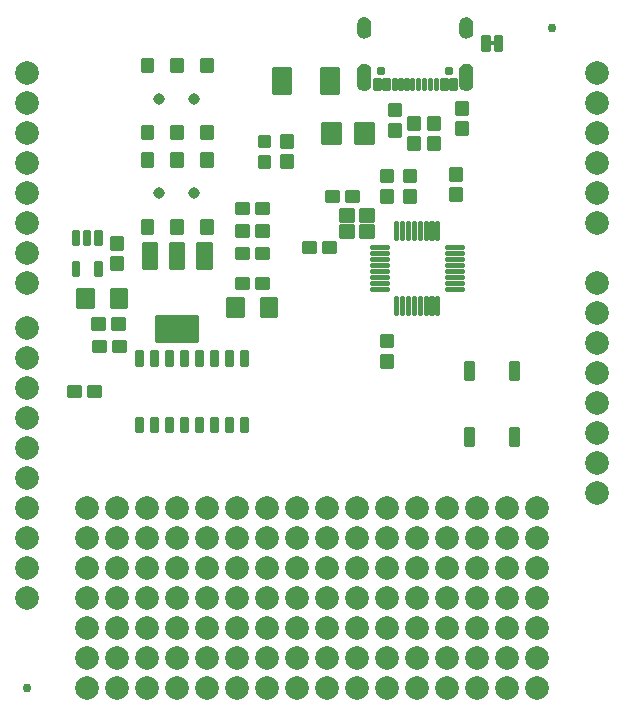
<source format=gts>
G04 EAGLE Gerber RS-274X export*
G75*
%MOMM*%
%FSLAX34Y34*%
%LPD*%
%INSoldermask Top*%
%IPPOS*%
%AMOC8*
5,1,8,0,0,1.08239X$1,22.5*%
G01*
%ADD10C,0.225400*%
%ADD11C,0.229050*%
%ADD12C,0.428259*%
%ADD13C,0.224509*%
%ADD14C,0.762000*%
%ADD15C,0.230578*%
%ADD16C,0.225369*%
%ADD17C,0.777000*%
%ADD18C,2.006600*%
%ADD19C,0.222250*%
%ADD20C,0.228853*%
%ADD21C,0.232700*%
%ADD22C,0.223409*%
%ADD23C,0.220859*%
%ADD24C,0.228344*%
%ADD25C,0.977000*%
%ADD26C,0.227919*%

G36*
X312264Y505668D02*
X312264Y505668D01*
X312269Y505673D01*
X312273Y505669D01*
X313370Y505956D01*
X313374Y505962D01*
X313379Y505959D01*
X314398Y506454D01*
X314401Y506460D01*
X314406Y506459D01*
X315309Y507143D01*
X315311Y507150D01*
X315316Y507150D01*
X316069Y507997D01*
X316069Y508004D01*
X316074Y508005D01*
X316647Y508982D01*
X316646Y508985D01*
X316647Y508986D01*
X316646Y508987D01*
X316646Y508989D01*
X316651Y508991D01*
X317022Y510062D01*
X317020Y510067D01*
X317023Y510069D01*
X317022Y510070D01*
X317024Y510071D01*
X317179Y511193D01*
X317176Y511198D01*
X317179Y511200D01*
X317179Y523200D01*
X317176Y523205D01*
X317179Y523208D01*
X316974Y524475D01*
X316968Y524481D01*
X316971Y524486D01*
X316489Y525675D01*
X316482Y525679D01*
X316484Y525685D01*
X315750Y526738D01*
X315742Y526740D01*
X315743Y526746D01*
X314793Y527609D01*
X314784Y527610D01*
X314784Y527615D01*
X313665Y528245D01*
X313657Y528244D01*
X313655Y528250D01*
X312425Y528615D01*
X312417Y528612D01*
X312414Y528617D01*
X311133Y528699D01*
X311127Y528699D01*
X309846Y528617D01*
X309840Y528611D01*
X309835Y528615D01*
X308605Y528250D01*
X308600Y528243D01*
X308595Y528245D01*
X307476Y527615D01*
X307473Y527608D01*
X307467Y527609D01*
X306517Y526746D01*
X306516Y526738D01*
X306510Y526738D01*
X305776Y525685D01*
X305776Y525677D01*
X305771Y525675D01*
X305289Y524486D01*
X305291Y524480D01*
X305287Y524477D01*
X305288Y524476D01*
X305286Y524475D01*
X305081Y523208D01*
X305084Y523203D01*
X305081Y523200D01*
X305081Y511200D01*
X305084Y511196D01*
X305081Y511193D01*
X305236Y510071D01*
X305241Y510066D01*
X305238Y510062D01*
X305609Y508991D01*
X305615Y508987D01*
X305613Y508982D01*
X306186Y508005D01*
X306192Y508002D01*
X306191Y507997D01*
X306944Y507150D01*
X306951Y507148D01*
X306951Y507143D01*
X307854Y506459D01*
X307861Y506459D01*
X307862Y506454D01*
X308881Y505959D01*
X308888Y505961D01*
X308890Y505956D01*
X309987Y505669D01*
X309993Y505672D01*
X309996Y505668D01*
X311127Y505601D01*
X311131Y505603D01*
X311133Y505601D01*
X312264Y505668D01*
G37*
G36*
X398664Y505668D02*
X398664Y505668D01*
X398669Y505673D01*
X398673Y505669D01*
X399770Y505956D01*
X399774Y505962D01*
X399779Y505959D01*
X400798Y506454D01*
X400801Y506460D01*
X400806Y506459D01*
X401709Y507143D01*
X401711Y507150D01*
X401716Y507150D01*
X402469Y507997D01*
X402469Y508004D01*
X402474Y508005D01*
X403047Y508982D01*
X403046Y508985D01*
X403047Y508986D01*
X403046Y508987D01*
X403046Y508989D01*
X403051Y508991D01*
X403422Y510062D01*
X403420Y510067D01*
X403423Y510069D01*
X403422Y510070D01*
X403424Y510071D01*
X403579Y511193D01*
X403576Y511198D01*
X403579Y511200D01*
X403579Y523200D01*
X403576Y523205D01*
X403579Y523208D01*
X403374Y524475D01*
X403368Y524481D01*
X403371Y524486D01*
X402889Y525675D01*
X402882Y525679D01*
X402884Y525685D01*
X402150Y526738D01*
X402142Y526740D01*
X402143Y526746D01*
X401193Y527609D01*
X401184Y527610D01*
X401184Y527615D01*
X400065Y528245D01*
X400057Y528244D01*
X400055Y528250D01*
X398825Y528615D01*
X398817Y528612D01*
X398814Y528617D01*
X397533Y528699D01*
X397527Y528699D01*
X396246Y528617D01*
X396240Y528611D01*
X396235Y528615D01*
X395005Y528250D01*
X395000Y528243D01*
X394995Y528245D01*
X393876Y527615D01*
X393873Y527608D01*
X393867Y527609D01*
X392917Y526746D01*
X392916Y526738D01*
X392910Y526738D01*
X392176Y525685D01*
X392176Y525677D01*
X392171Y525675D01*
X391689Y524486D01*
X391691Y524480D01*
X391687Y524477D01*
X391688Y524476D01*
X391686Y524475D01*
X391481Y523208D01*
X391484Y523203D01*
X391481Y523200D01*
X391481Y511200D01*
X391484Y511196D01*
X391481Y511193D01*
X391636Y510071D01*
X391641Y510066D01*
X391638Y510062D01*
X392009Y508991D01*
X392015Y508987D01*
X392013Y508982D01*
X392586Y508005D01*
X392592Y508002D01*
X392591Y507997D01*
X393344Y507150D01*
X393351Y507148D01*
X393351Y507143D01*
X394254Y506459D01*
X394261Y506459D01*
X394262Y506454D01*
X395281Y505959D01*
X395288Y505961D01*
X395290Y505956D01*
X396387Y505669D01*
X396393Y505672D01*
X396396Y505668D01*
X397527Y505601D01*
X397531Y505603D01*
X397533Y505601D01*
X398664Y505668D01*
G37*
G36*
X397532Y549905D02*
X397532Y549905D01*
X397536Y549901D01*
X398876Y550058D01*
X398882Y550063D01*
X398887Y550060D01*
X400158Y550511D01*
X400163Y550518D01*
X400168Y550516D01*
X401307Y551238D01*
X401310Y551246D01*
X401316Y551245D01*
X402266Y552203D01*
X402267Y552211D01*
X402273Y552212D01*
X402986Y553357D01*
X402985Y553366D01*
X402991Y553367D01*
X403431Y554643D01*
X403429Y554650D01*
X403433Y554653D01*
X403579Y555995D01*
X403577Y555998D01*
X403579Y556000D01*
X403579Y562000D01*
X403577Y562004D01*
X403579Y562006D01*
X403424Y563335D01*
X403418Y563341D01*
X403421Y563345D01*
X402974Y564606D01*
X402967Y564611D01*
X402969Y564616D01*
X402252Y565746D01*
X402245Y565749D01*
X402246Y565755D01*
X401296Y566697D01*
X401287Y566698D01*
X401287Y566704D01*
X400151Y567411D01*
X400143Y567410D01*
X400141Y567416D01*
X398876Y567852D01*
X398868Y567850D01*
X398866Y567855D01*
X397535Y567999D01*
X397529Y567995D01*
X397525Y567999D01*
X396359Y567889D01*
X396354Y567884D01*
X396350Y567887D01*
X395227Y567552D01*
X395223Y567546D01*
X395219Y567548D01*
X394183Y567000D01*
X394180Y566994D01*
X394175Y566995D01*
X393267Y566256D01*
X393265Y566249D01*
X393260Y566249D01*
X392513Y565347D01*
X392513Y565340D01*
X392508Y565339D01*
X391951Y564308D01*
X391952Y564301D01*
X391947Y564299D01*
X391603Y563180D01*
X391605Y563173D01*
X391601Y563170D01*
X391481Y562005D01*
X391483Y562002D01*
X391481Y562000D01*
X391481Y556000D01*
X391483Y555997D01*
X391481Y555995D01*
X391592Y554819D01*
X391597Y554814D01*
X391594Y554810D01*
X391932Y553678D01*
X391938Y553674D01*
X391936Y553669D01*
X392488Y552625D01*
X392495Y552622D01*
X392493Y552617D01*
X393239Y551701D01*
X393246Y551700D01*
X393246Y551694D01*
X394156Y550941D01*
X394163Y550941D01*
X394164Y550936D01*
X395203Y550375D01*
X395210Y550376D01*
X395212Y550371D01*
X396341Y550024D01*
X396347Y550026D01*
X396350Y550022D01*
X397525Y549901D01*
X397532Y549905D01*
G37*
G36*
X311132Y549905D02*
X311132Y549905D01*
X311136Y549901D01*
X312476Y550058D01*
X312482Y550063D01*
X312487Y550060D01*
X313758Y550511D01*
X313763Y550518D01*
X313768Y550516D01*
X314907Y551238D01*
X314910Y551246D01*
X314916Y551245D01*
X315866Y552203D01*
X315867Y552211D01*
X315873Y552212D01*
X316586Y553357D01*
X316585Y553366D01*
X316591Y553367D01*
X317031Y554643D01*
X317029Y554650D01*
X317033Y554653D01*
X317179Y555995D01*
X317177Y555998D01*
X317179Y556000D01*
X317179Y562000D01*
X317177Y562004D01*
X317179Y562006D01*
X317024Y563335D01*
X317018Y563341D01*
X317021Y563345D01*
X316574Y564606D01*
X316567Y564611D01*
X316569Y564616D01*
X315852Y565746D01*
X315845Y565749D01*
X315846Y565755D01*
X314896Y566697D01*
X314887Y566698D01*
X314887Y566704D01*
X313751Y567411D01*
X313743Y567410D01*
X313741Y567416D01*
X312476Y567852D01*
X312468Y567850D01*
X312466Y567855D01*
X311135Y567999D01*
X311129Y567995D01*
X311125Y567999D01*
X309959Y567889D01*
X309954Y567884D01*
X309950Y567887D01*
X308827Y567552D01*
X308823Y567546D01*
X308819Y567548D01*
X307783Y567000D01*
X307780Y566994D01*
X307775Y566995D01*
X306867Y566256D01*
X306865Y566249D01*
X306860Y566249D01*
X306113Y565347D01*
X306113Y565340D01*
X306108Y565339D01*
X305551Y564308D01*
X305552Y564301D01*
X305547Y564299D01*
X305203Y563180D01*
X305205Y563173D01*
X305201Y563170D01*
X305081Y562005D01*
X305083Y562002D01*
X305081Y562000D01*
X305081Y556000D01*
X305083Y555997D01*
X305081Y555995D01*
X305192Y554819D01*
X305197Y554814D01*
X305194Y554810D01*
X305532Y553678D01*
X305538Y553674D01*
X305536Y553669D01*
X306088Y552625D01*
X306095Y552622D01*
X306093Y552617D01*
X306839Y551701D01*
X306846Y551700D01*
X306846Y551694D01*
X307756Y550941D01*
X307763Y550941D01*
X307764Y550936D01*
X308803Y550375D01*
X308810Y550376D01*
X308812Y550371D01*
X309941Y550024D01*
X309947Y550026D01*
X309950Y550022D01*
X311125Y549901D01*
X311132Y549905D01*
G37*
G36*
X421070Y544207D02*
X421070Y544207D01*
X421136Y544209D01*
X421179Y544227D01*
X421226Y544235D01*
X421283Y544269D01*
X421343Y544294D01*
X421378Y544325D01*
X421419Y544350D01*
X421461Y544401D01*
X421509Y544445D01*
X421531Y544487D01*
X421560Y544524D01*
X421581Y544586D01*
X421612Y544645D01*
X421620Y544699D01*
X421632Y544736D01*
X421631Y544776D01*
X421639Y544830D01*
X421639Y547370D01*
X421628Y547435D01*
X421626Y547501D01*
X421608Y547544D01*
X421600Y547591D01*
X421566Y547648D01*
X421541Y547708D01*
X421510Y547743D01*
X421485Y547784D01*
X421434Y547826D01*
X421390Y547874D01*
X421348Y547896D01*
X421311Y547925D01*
X421249Y547946D01*
X421190Y547977D01*
X421136Y547985D01*
X421099Y547997D01*
X421059Y547996D01*
X421005Y548004D01*
X417195Y548004D01*
X417130Y547993D01*
X417064Y547991D01*
X417021Y547973D01*
X416974Y547965D01*
X416917Y547931D01*
X416857Y547906D01*
X416822Y547875D01*
X416781Y547850D01*
X416740Y547799D01*
X416691Y547755D01*
X416669Y547713D01*
X416640Y547676D01*
X416619Y547614D01*
X416588Y547555D01*
X416580Y547501D01*
X416568Y547464D01*
X416568Y547461D01*
X416569Y547424D01*
X416561Y547370D01*
X416561Y544830D01*
X416572Y544765D01*
X416574Y544699D01*
X416592Y544656D01*
X416600Y544609D01*
X416634Y544552D01*
X416659Y544492D01*
X416690Y544457D01*
X416715Y544416D01*
X416766Y544375D01*
X416810Y544326D01*
X416852Y544304D01*
X416889Y544275D01*
X416951Y544254D01*
X417010Y544223D01*
X417064Y544215D01*
X417101Y544203D01*
X417141Y544204D01*
X417195Y544196D01*
X421005Y544196D01*
X421070Y544207D01*
G37*
D10*
X295592Y421068D02*
X305608Y421068D01*
X305608Y412052D01*
X295592Y412052D01*
X295592Y421068D01*
X295592Y414193D02*
X305608Y414193D01*
X305608Y416334D02*
X295592Y416334D01*
X295592Y418475D02*
X305608Y418475D01*
X305608Y420616D02*
X295592Y420616D01*
X288608Y421068D02*
X278592Y421068D01*
X288608Y421068D02*
X288608Y412052D01*
X278592Y412052D01*
X278592Y421068D01*
X278592Y414193D02*
X288608Y414193D01*
X288608Y416334D02*
X278592Y416334D01*
X278592Y418475D02*
X288608Y418475D01*
X288608Y420616D02*
X278592Y420616D01*
X212408Y382842D02*
X202392Y382842D01*
X202392Y391858D01*
X212408Y391858D01*
X212408Y382842D01*
X212408Y384983D02*
X202392Y384983D01*
X202392Y387124D02*
X212408Y387124D01*
X212408Y389265D02*
X202392Y389265D01*
X202392Y391406D02*
X212408Y391406D01*
X219392Y382842D02*
X229408Y382842D01*
X219392Y382842D02*
X219392Y391858D01*
X229408Y391858D01*
X229408Y382842D01*
X229408Y384983D02*
X219392Y384983D01*
X219392Y387124D02*
X229408Y387124D01*
X229408Y389265D02*
X219392Y389265D01*
X219392Y391406D02*
X229408Y391406D01*
D11*
X81390Y337690D02*
X81390Y322710D01*
X68410Y322710D01*
X68410Y337690D01*
X81390Y337690D01*
X81390Y324886D02*
X68410Y324886D01*
X68410Y327062D02*
X81390Y327062D01*
X81390Y329238D02*
X68410Y329238D01*
X68410Y331414D02*
X81390Y331414D01*
X81390Y333590D02*
X68410Y333590D01*
X68410Y335766D02*
X81390Y335766D01*
X109390Y337690D02*
X109390Y322710D01*
X96410Y322710D01*
X96410Y337690D01*
X109390Y337690D01*
X109390Y324886D02*
X96410Y324886D01*
X96410Y327062D02*
X109390Y327062D01*
X109390Y329238D02*
X96410Y329238D01*
X96410Y331414D02*
X109390Y331414D01*
X109390Y333590D02*
X96410Y333590D01*
X96410Y335766D02*
X109390Y335766D01*
X223410Y330070D02*
X223410Y315090D01*
X223410Y330070D02*
X236390Y330070D01*
X236390Y315090D01*
X223410Y315090D01*
X223410Y317266D02*
X236390Y317266D01*
X236390Y319442D02*
X223410Y319442D01*
X223410Y321618D02*
X236390Y321618D01*
X236390Y323794D02*
X223410Y323794D01*
X223410Y325970D02*
X236390Y325970D01*
X236390Y328146D02*
X223410Y328146D01*
X195410Y330070D02*
X195410Y315090D01*
X195410Y330070D02*
X208390Y330070D01*
X208390Y315090D01*
X195410Y315090D01*
X195410Y317266D02*
X208390Y317266D01*
X208390Y319442D02*
X195410Y319442D01*
X195410Y321618D02*
X208390Y321618D01*
X208390Y323794D02*
X195410Y323794D01*
X195410Y325970D02*
X208390Y325970D01*
X208390Y328146D02*
X195410Y328146D01*
D10*
X106108Y354792D02*
X106108Y364808D01*
X106108Y354792D02*
X97092Y354792D01*
X97092Y364808D01*
X106108Y364808D01*
X106108Y356933D02*
X97092Y356933D01*
X97092Y359074D02*
X106108Y359074D01*
X106108Y361215D02*
X97092Y361215D01*
X97092Y363356D02*
X106108Y363356D01*
X106108Y371792D02*
X106108Y381808D01*
X106108Y371792D02*
X97092Y371792D01*
X97092Y381808D01*
X106108Y381808D01*
X106108Y373933D02*
X97092Y373933D01*
X97092Y376074D02*
X106108Y376074D01*
X106108Y378215D02*
X97092Y378215D01*
X97092Y380356D02*
X106108Y380356D01*
X276542Y377888D02*
X286558Y377888D01*
X286558Y368872D01*
X276542Y368872D01*
X276542Y377888D01*
X276542Y371013D02*
X286558Y371013D01*
X286558Y373154D02*
X276542Y373154D01*
X276542Y375295D02*
X286558Y375295D01*
X286558Y377436D02*
X276542Y377436D01*
X269558Y377888D02*
X259542Y377888D01*
X269558Y377888D02*
X269558Y368872D01*
X259542Y368872D01*
X259542Y377888D01*
X259542Y371013D02*
X269558Y371013D01*
X269558Y373154D02*
X259542Y373154D01*
X259542Y375295D02*
X269558Y375295D01*
X269558Y377436D02*
X259542Y377436D01*
D12*
X229554Y449384D02*
X222566Y449384D01*
X229554Y449384D02*
X229554Y442396D01*
X222566Y442396D01*
X222566Y449384D01*
X222566Y446465D02*
X229554Y446465D01*
X229554Y466924D02*
X222566Y466924D01*
X229554Y466924D02*
X229554Y459936D01*
X222566Y459936D01*
X222566Y466924D01*
X222566Y464005D02*
X229554Y464005D01*
D13*
X303667Y478413D02*
X318693Y478413D01*
X318693Y461387D01*
X303667Y461387D01*
X303667Y478413D01*
X303667Y463520D02*
X318693Y463520D01*
X318693Y465653D02*
X303667Y465653D01*
X303667Y467786D02*
X318693Y467786D01*
X318693Y469919D02*
X303667Y469919D01*
X303667Y472052D02*
X318693Y472052D01*
X318693Y474185D02*
X303667Y474185D01*
X303667Y476318D02*
X318693Y476318D01*
X290693Y478413D02*
X275667Y478413D01*
X290693Y478413D02*
X290693Y461387D01*
X275667Y461387D01*
X275667Y478413D01*
X275667Y463520D02*
X290693Y463520D01*
X290693Y465653D02*
X275667Y465653D01*
X275667Y467786D02*
X290693Y467786D01*
X290693Y469919D02*
X275667Y469919D01*
X275667Y472052D02*
X290693Y472052D01*
X290693Y474185D02*
X275667Y474185D01*
X275667Y476318D02*
X290693Y476318D01*
D14*
X25400Y0D03*
X469900Y558800D03*
D15*
X347812Y515882D02*
X345848Y515882D01*
X347812Y515882D02*
X347812Y506918D01*
X345848Y506918D01*
X345848Y515882D01*
X345848Y509109D02*
X347812Y509109D01*
X347812Y511300D02*
X345848Y511300D01*
X345848Y513491D02*
X347812Y513491D01*
X347812Y515682D02*
X345848Y515682D01*
X350848Y515882D02*
X352812Y515882D01*
X352812Y506918D01*
X350848Y506918D01*
X350848Y515882D01*
X350848Y509109D02*
X352812Y509109D01*
X352812Y511300D02*
X350848Y511300D01*
X350848Y513491D02*
X352812Y513491D01*
X352812Y515682D02*
X350848Y515682D01*
D16*
X324588Y515908D02*
X319572Y515908D01*
X324588Y515908D02*
X324588Y506892D01*
X319572Y506892D01*
X319572Y515908D01*
X319572Y509033D02*
X324588Y509033D01*
X324588Y511174D02*
X319572Y511174D01*
X319572Y513315D02*
X324588Y513315D01*
X324588Y515456D02*
X319572Y515456D01*
X327322Y515908D02*
X332338Y515908D01*
X332338Y506892D01*
X327322Y506892D01*
X327322Y515908D01*
X327322Y509033D02*
X332338Y509033D01*
X332338Y511174D02*
X327322Y511174D01*
X327322Y513315D02*
X332338Y513315D01*
X332338Y515456D02*
X327322Y515456D01*
D15*
X335848Y515882D02*
X337812Y515882D01*
X337812Y506918D01*
X335848Y506918D01*
X335848Y515882D01*
X335848Y509109D02*
X337812Y509109D01*
X337812Y511300D02*
X335848Y511300D01*
X335848Y513491D02*
X337812Y513491D01*
X337812Y515682D02*
X335848Y515682D01*
X340848Y515882D02*
X342812Y515882D01*
X342812Y506918D01*
X340848Y506918D01*
X340848Y515882D01*
X340848Y509109D02*
X342812Y509109D01*
X342812Y511300D02*
X340848Y511300D01*
X340848Y513491D02*
X342812Y513491D01*
X342812Y515682D02*
X340848Y515682D01*
X360848Y506918D02*
X362812Y506918D01*
X360848Y506918D02*
X360848Y515882D01*
X362812Y515882D01*
X362812Y506918D01*
X362812Y509109D02*
X360848Y509109D01*
X360848Y511300D02*
X362812Y511300D01*
X362812Y513491D02*
X360848Y513491D01*
X360848Y515682D02*
X362812Y515682D01*
X357812Y506918D02*
X355848Y506918D01*
X355848Y515882D01*
X357812Y515882D01*
X357812Y506918D01*
X357812Y509109D02*
X355848Y509109D01*
X355848Y511300D02*
X357812Y511300D01*
X357812Y513491D02*
X355848Y513491D01*
X355848Y515682D02*
X357812Y515682D01*
D16*
X384072Y506892D02*
X389088Y506892D01*
X384072Y506892D02*
X384072Y515908D01*
X389088Y515908D01*
X389088Y506892D01*
X389088Y509033D02*
X384072Y509033D01*
X384072Y511174D02*
X389088Y511174D01*
X389088Y513315D02*
X384072Y513315D01*
X384072Y515456D02*
X389088Y515456D01*
X381338Y506892D02*
X376322Y506892D01*
X376322Y515908D01*
X381338Y515908D01*
X381338Y506892D01*
X381338Y509033D02*
X376322Y509033D01*
X376322Y511174D02*
X381338Y511174D01*
X381338Y513315D02*
X376322Y513315D01*
X376322Y515456D02*
X381338Y515456D01*
D15*
X372812Y506918D02*
X370848Y506918D01*
X370848Y515882D01*
X372812Y515882D01*
X372812Y506918D01*
X372812Y509109D02*
X370848Y509109D01*
X370848Y511300D02*
X372812Y511300D01*
X372812Y513491D02*
X370848Y513491D01*
X370848Y515682D02*
X372812Y515682D01*
X367812Y506918D02*
X365848Y506918D01*
X365848Y515882D01*
X367812Y515882D01*
X367812Y506918D01*
X367812Y509109D02*
X365848Y509109D01*
X365848Y511300D02*
X367812Y511300D01*
X367812Y513491D02*
X365848Y513491D01*
X365848Y515682D02*
X367812Y515682D01*
D17*
X383230Y522450D03*
X325430Y522450D03*
D18*
X76200Y152400D03*
X101600Y152400D03*
X127000Y152400D03*
X152400Y152400D03*
X177800Y152400D03*
X203200Y152400D03*
X228600Y152400D03*
X254000Y152400D03*
X279400Y152400D03*
X304800Y152400D03*
X330200Y152400D03*
X355600Y152400D03*
X381000Y152400D03*
X406400Y152400D03*
X431800Y152400D03*
X457200Y152400D03*
D10*
X240602Y458152D02*
X240602Y468168D01*
X249618Y468168D01*
X249618Y458152D01*
X240602Y458152D01*
X240602Y460293D02*
X249618Y460293D01*
X249618Y462434D02*
X240602Y462434D01*
X240602Y464575D02*
X249618Y464575D01*
X249618Y466716D02*
X240602Y466716D01*
X240602Y451168D02*
X240602Y441152D01*
X240602Y451168D02*
X249618Y451168D01*
X249618Y441152D01*
X240602Y441152D01*
X240602Y443293D02*
X249618Y443293D01*
X249618Y445434D02*
X240602Y445434D01*
X240602Y447575D02*
X249618Y447575D01*
X249618Y449716D02*
X240602Y449716D01*
X365062Y473392D02*
X365062Y483408D01*
X374078Y483408D01*
X374078Y473392D01*
X365062Y473392D01*
X365062Y475533D02*
X374078Y475533D01*
X374078Y477674D02*
X365062Y477674D01*
X365062Y479815D02*
X374078Y479815D01*
X374078Y481956D02*
X365062Y481956D01*
X365062Y466408D02*
X365062Y456392D01*
X365062Y466408D02*
X374078Y466408D01*
X374078Y456392D01*
X365062Y456392D01*
X365062Y458533D02*
X374078Y458533D01*
X374078Y460674D02*
X365062Y460674D01*
X365062Y462815D02*
X374078Y462815D01*
X374078Y464956D02*
X365062Y464956D01*
X348552Y473392D02*
X348552Y483408D01*
X357568Y483408D01*
X357568Y473392D01*
X348552Y473392D01*
X348552Y475533D02*
X357568Y475533D01*
X357568Y477674D02*
X348552Y477674D01*
X348552Y479815D02*
X357568Y479815D01*
X357568Y481956D02*
X348552Y481956D01*
X348552Y466408D02*
X348552Y456392D01*
X348552Y466408D02*
X357568Y466408D01*
X357568Y456392D01*
X348552Y456392D01*
X348552Y458533D02*
X357568Y458533D01*
X357568Y460674D02*
X348552Y460674D01*
X348552Y462815D02*
X357568Y462815D01*
X357568Y464956D02*
X348552Y464956D01*
X393128Y423228D02*
X393128Y413212D01*
X384112Y413212D01*
X384112Y423228D01*
X393128Y423228D01*
X393128Y415353D02*
X384112Y415353D01*
X384112Y417494D02*
X393128Y417494D01*
X393128Y419635D02*
X384112Y419635D01*
X384112Y421776D02*
X393128Y421776D01*
X393128Y430212D02*
X393128Y440228D01*
X393128Y430212D02*
X384112Y430212D01*
X384112Y440228D01*
X393128Y440228D01*
X393128Y432353D02*
X384112Y432353D01*
X384112Y434494D02*
X393128Y434494D01*
X393128Y436635D02*
X384112Y436635D01*
X384112Y438776D02*
X393128Y438776D01*
X229408Y410908D02*
X219392Y410908D01*
X229408Y410908D02*
X229408Y401892D01*
X219392Y401892D01*
X219392Y410908D01*
X219392Y404033D02*
X229408Y404033D01*
X229408Y406174D02*
X219392Y406174D01*
X219392Y408315D02*
X229408Y408315D01*
X229408Y410456D02*
X219392Y410456D01*
X212408Y410908D02*
X202392Y410908D01*
X212408Y410908D02*
X212408Y401892D01*
X202392Y401892D01*
X202392Y410908D01*
X202392Y404033D02*
X212408Y404033D01*
X212408Y406174D02*
X202392Y406174D01*
X202392Y408315D02*
X212408Y408315D01*
X212408Y410456D02*
X202392Y410456D01*
X202392Y363792D02*
X212408Y363792D01*
X202392Y363792D02*
X202392Y372808D01*
X212408Y372808D01*
X212408Y363792D01*
X212408Y365933D02*
X202392Y365933D01*
X202392Y368074D02*
X212408Y368074D01*
X212408Y370215D02*
X202392Y370215D01*
X202392Y372356D02*
X212408Y372356D01*
X219392Y363792D02*
X229408Y363792D01*
X219392Y363792D02*
X219392Y372808D01*
X229408Y372808D01*
X229408Y363792D01*
X229408Y365933D02*
X219392Y365933D01*
X219392Y368074D02*
X229408Y368074D01*
X229408Y370215D02*
X219392Y370215D01*
X219392Y372356D02*
X229408Y372356D01*
D19*
X396716Y220504D02*
X403384Y220504D01*
X403384Y206216D01*
X396716Y206216D01*
X396716Y220504D01*
X396716Y208328D02*
X403384Y208328D01*
X403384Y210440D02*
X396716Y210440D01*
X396716Y212552D02*
X403384Y212552D01*
X403384Y214664D02*
X396716Y214664D01*
X396716Y216776D02*
X403384Y216776D01*
X403384Y218888D02*
X396716Y218888D01*
X396716Y276384D02*
X403384Y276384D01*
X403384Y262096D01*
X396716Y262096D01*
X396716Y276384D01*
X396716Y264208D02*
X403384Y264208D01*
X403384Y266320D02*
X396716Y266320D01*
X396716Y268432D02*
X403384Y268432D01*
X403384Y270544D02*
X396716Y270544D01*
X396716Y272656D02*
X403384Y272656D01*
X403384Y274768D02*
X396716Y274768D01*
X434816Y220504D02*
X441484Y220504D01*
X441484Y206216D01*
X434816Y206216D01*
X434816Y220504D01*
X434816Y208328D02*
X441484Y208328D01*
X441484Y210440D02*
X434816Y210440D01*
X434816Y212552D02*
X441484Y212552D01*
X441484Y214664D02*
X434816Y214664D01*
X434816Y216776D02*
X441484Y216776D01*
X441484Y218888D02*
X434816Y218888D01*
X434816Y276384D02*
X441484Y276384D01*
X441484Y262096D01*
X434816Y262096D01*
X434816Y276384D01*
X434816Y264208D02*
X441484Y264208D01*
X441484Y266320D02*
X434816Y266320D01*
X434816Y268432D02*
X441484Y268432D01*
X441484Y270544D02*
X434816Y270544D01*
X434816Y272656D02*
X441484Y272656D01*
X441484Y274768D02*
X434816Y274768D01*
D20*
X181101Y376935D02*
X169927Y376935D01*
X181101Y376935D02*
X181101Y355601D01*
X169927Y355601D01*
X169927Y376935D01*
X169927Y357776D02*
X181101Y357776D01*
X181101Y359951D02*
X169927Y359951D01*
X169927Y362126D02*
X181101Y362126D01*
X181101Y364301D02*
X169927Y364301D01*
X169927Y366476D02*
X181101Y366476D01*
X181101Y368651D02*
X169927Y368651D01*
X169927Y370826D02*
X181101Y370826D01*
X181101Y373001D02*
X169927Y373001D01*
X169927Y375176D02*
X181101Y375176D01*
X157987Y376935D02*
X146813Y376935D01*
X157987Y376935D02*
X157987Y355601D01*
X146813Y355601D01*
X146813Y376935D01*
X146813Y357776D02*
X157987Y357776D01*
X157987Y359951D02*
X146813Y359951D01*
X146813Y362126D02*
X157987Y362126D01*
X157987Y364301D02*
X146813Y364301D01*
X146813Y366476D02*
X157987Y366476D01*
X157987Y368651D02*
X146813Y368651D01*
X146813Y370826D02*
X157987Y370826D01*
X157987Y373001D02*
X146813Y373001D01*
X146813Y375176D02*
X157987Y375176D01*
X134873Y376935D02*
X123699Y376935D01*
X134873Y376935D02*
X134873Y355601D01*
X123699Y355601D01*
X123699Y376935D01*
X123699Y357776D02*
X134873Y357776D01*
X134873Y359951D02*
X123699Y359951D01*
X123699Y362126D02*
X134873Y362126D01*
X134873Y364301D02*
X123699Y364301D01*
X123699Y366476D02*
X134873Y366476D01*
X134873Y368651D02*
X123699Y368651D01*
X123699Y370826D02*
X134873Y370826D01*
X134873Y373001D02*
X123699Y373001D01*
X123699Y375176D02*
X134873Y375176D01*
D21*
X134928Y314762D02*
X169872Y314762D01*
X169872Y293818D01*
X134928Y293818D01*
X134928Y314762D01*
X134928Y296029D02*
X169872Y296029D01*
X169872Y298240D02*
X134928Y298240D01*
X134928Y300451D02*
X169872Y300451D01*
X169872Y302662D02*
X134928Y302662D01*
X134928Y304873D02*
X169872Y304873D01*
X169872Y307084D02*
X134928Y307084D01*
X134928Y309295D02*
X169872Y309295D01*
X169872Y311506D02*
X134928Y311506D01*
X134928Y313717D02*
X169872Y313717D01*
D16*
X123158Y217952D02*
X118142Y217952D01*
X118142Y228968D01*
X123158Y228968D01*
X123158Y217952D01*
X123158Y220093D02*
X118142Y220093D01*
X118142Y222234D02*
X123158Y222234D01*
X123158Y224375D02*
X118142Y224375D01*
X118142Y226516D02*
X123158Y226516D01*
X123158Y228657D02*
X118142Y228657D01*
X130842Y217952D02*
X135858Y217952D01*
X130842Y217952D02*
X130842Y228968D01*
X135858Y228968D01*
X135858Y217952D01*
X135858Y220093D02*
X130842Y220093D01*
X130842Y222234D02*
X135858Y222234D01*
X135858Y224375D02*
X130842Y224375D01*
X130842Y226516D02*
X135858Y226516D01*
X135858Y228657D02*
X130842Y228657D01*
X143542Y217952D02*
X148558Y217952D01*
X143542Y217952D02*
X143542Y228968D01*
X148558Y228968D01*
X148558Y217952D01*
X148558Y220093D02*
X143542Y220093D01*
X143542Y222234D02*
X148558Y222234D01*
X148558Y224375D02*
X143542Y224375D01*
X143542Y226516D02*
X148558Y226516D01*
X148558Y228657D02*
X143542Y228657D01*
X156242Y217952D02*
X161258Y217952D01*
X156242Y217952D02*
X156242Y228968D01*
X161258Y228968D01*
X161258Y217952D01*
X161258Y220093D02*
X156242Y220093D01*
X156242Y222234D02*
X161258Y222234D01*
X161258Y224375D02*
X156242Y224375D01*
X156242Y226516D02*
X161258Y226516D01*
X161258Y228657D02*
X156242Y228657D01*
X168942Y217952D02*
X173958Y217952D01*
X168942Y217952D02*
X168942Y228968D01*
X173958Y228968D01*
X173958Y217952D01*
X173958Y220093D02*
X168942Y220093D01*
X168942Y222234D02*
X173958Y222234D01*
X173958Y224375D02*
X168942Y224375D01*
X168942Y226516D02*
X173958Y226516D01*
X173958Y228657D02*
X168942Y228657D01*
X181642Y217952D02*
X186658Y217952D01*
X181642Y217952D02*
X181642Y228968D01*
X186658Y228968D01*
X186658Y217952D01*
X186658Y220093D02*
X181642Y220093D01*
X181642Y222234D02*
X186658Y222234D01*
X186658Y224375D02*
X181642Y224375D01*
X181642Y226516D02*
X186658Y226516D01*
X186658Y228657D02*
X181642Y228657D01*
X194342Y217952D02*
X199358Y217952D01*
X194342Y217952D02*
X194342Y228968D01*
X199358Y228968D01*
X199358Y217952D01*
X199358Y220093D02*
X194342Y220093D01*
X194342Y222234D02*
X199358Y222234D01*
X199358Y224375D02*
X194342Y224375D01*
X194342Y226516D02*
X199358Y226516D01*
X199358Y228657D02*
X194342Y228657D01*
X207042Y217952D02*
X212058Y217952D01*
X207042Y217952D02*
X207042Y228968D01*
X212058Y228968D01*
X212058Y217952D01*
X212058Y220093D02*
X207042Y220093D01*
X207042Y222234D02*
X212058Y222234D01*
X212058Y224375D02*
X207042Y224375D01*
X207042Y226516D02*
X212058Y226516D01*
X212058Y228657D02*
X207042Y228657D01*
X207042Y273952D02*
X212058Y273952D01*
X207042Y273952D02*
X207042Y284968D01*
X212058Y284968D01*
X212058Y273952D01*
X212058Y276093D02*
X207042Y276093D01*
X207042Y278234D02*
X212058Y278234D01*
X212058Y280375D02*
X207042Y280375D01*
X207042Y282516D02*
X212058Y282516D01*
X212058Y284657D02*
X207042Y284657D01*
X199358Y273952D02*
X194342Y273952D01*
X194342Y284968D01*
X199358Y284968D01*
X199358Y273952D01*
X199358Y276093D02*
X194342Y276093D01*
X194342Y278234D02*
X199358Y278234D01*
X199358Y280375D02*
X194342Y280375D01*
X194342Y282516D02*
X199358Y282516D01*
X199358Y284657D02*
X194342Y284657D01*
X186658Y273952D02*
X181642Y273952D01*
X181642Y284968D01*
X186658Y284968D01*
X186658Y273952D01*
X186658Y276093D02*
X181642Y276093D01*
X181642Y278234D02*
X186658Y278234D01*
X186658Y280375D02*
X181642Y280375D01*
X181642Y282516D02*
X186658Y282516D01*
X186658Y284657D02*
X181642Y284657D01*
X173958Y273952D02*
X168942Y273952D01*
X168942Y284968D01*
X173958Y284968D01*
X173958Y273952D01*
X173958Y276093D02*
X168942Y276093D01*
X168942Y278234D02*
X173958Y278234D01*
X173958Y280375D02*
X168942Y280375D01*
X168942Y282516D02*
X173958Y282516D01*
X173958Y284657D02*
X168942Y284657D01*
X161258Y273952D02*
X156242Y273952D01*
X156242Y284968D01*
X161258Y284968D01*
X161258Y273952D01*
X161258Y276093D02*
X156242Y276093D01*
X156242Y278234D02*
X161258Y278234D01*
X161258Y280375D02*
X156242Y280375D01*
X156242Y282516D02*
X161258Y282516D01*
X161258Y284657D02*
X156242Y284657D01*
X148558Y273952D02*
X143542Y273952D01*
X143542Y284968D01*
X148558Y284968D01*
X148558Y273952D01*
X148558Y276093D02*
X143542Y276093D01*
X143542Y278234D02*
X148558Y278234D01*
X148558Y280375D02*
X143542Y280375D01*
X143542Y282516D02*
X148558Y282516D01*
X148558Y284657D02*
X143542Y284657D01*
X135858Y273952D02*
X130842Y273952D01*
X130842Y284968D01*
X135858Y284968D01*
X135858Y273952D01*
X135858Y276093D02*
X130842Y276093D01*
X130842Y278234D02*
X135858Y278234D01*
X135858Y280375D02*
X130842Y280375D01*
X130842Y282516D02*
X135858Y282516D01*
X135858Y284657D02*
X130842Y284657D01*
X123158Y273952D02*
X118142Y273952D01*
X118142Y284968D01*
X123158Y284968D01*
X123158Y273952D01*
X123158Y276093D02*
X118142Y276093D01*
X118142Y278234D02*
X123158Y278234D01*
X123158Y280375D02*
X118142Y280375D01*
X118142Y282516D02*
X123158Y282516D01*
X123158Y284657D02*
X118142Y284657D01*
D22*
X87968Y386819D02*
X83432Y386819D01*
X87968Y386819D02*
X87968Y375783D01*
X83432Y375783D01*
X83432Y386819D01*
X83432Y377905D02*
X87968Y377905D01*
X87968Y380027D02*
X83432Y380027D01*
X83432Y382149D02*
X87968Y382149D01*
X87968Y384271D02*
X83432Y384271D01*
X83432Y386393D02*
X87968Y386393D01*
X78468Y386819D02*
X73932Y386819D01*
X78468Y386819D02*
X78468Y375783D01*
X73932Y375783D01*
X73932Y386819D01*
X73932Y377905D02*
X78468Y377905D01*
X78468Y380027D02*
X73932Y380027D01*
X73932Y382149D02*
X78468Y382149D01*
X78468Y384271D02*
X73932Y384271D01*
X73932Y386393D02*
X78468Y386393D01*
X68968Y386819D02*
X64432Y386819D01*
X68968Y386819D02*
X68968Y375783D01*
X64432Y375783D01*
X64432Y386819D01*
X64432Y377905D02*
X68968Y377905D01*
X68968Y380027D02*
X64432Y380027D01*
X64432Y382149D02*
X68968Y382149D01*
X68968Y384271D02*
X64432Y384271D01*
X64432Y386393D02*
X68968Y386393D01*
X68968Y360817D02*
X64432Y360817D01*
X68968Y360817D02*
X68968Y349781D01*
X64432Y349781D01*
X64432Y360817D01*
X64432Y351903D02*
X68968Y351903D01*
X68968Y354025D02*
X64432Y354025D01*
X64432Y356147D02*
X68968Y356147D01*
X68968Y358269D02*
X64432Y358269D01*
X64432Y360391D02*
X68968Y360391D01*
X83432Y360817D02*
X87968Y360817D01*
X87968Y349781D01*
X83432Y349781D01*
X83432Y360817D01*
X83432Y351903D02*
X87968Y351903D01*
X87968Y354025D02*
X83432Y354025D01*
X83432Y356147D02*
X87968Y356147D01*
X87968Y358269D02*
X83432Y358269D01*
X83432Y360391D02*
X87968Y360391D01*
D23*
X307809Y405831D02*
X318871Y405831D01*
X318871Y395769D01*
X307809Y395769D01*
X307809Y405831D01*
X307809Y397868D02*
X318871Y397868D01*
X318871Y399967D02*
X307809Y399967D01*
X307809Y402066D02*
X318871Y402066D01*
X318871Y404165D02*
X307809Y404165D01*
X301871Y405831D02*
X290809Y405831D01*
X301871Y405831D02*
X301871Y395769D01*
X290809Y395769D01*
X290809Y405831D01*
X290809Y397868D02*
X301871Y397868D01*
X301871Y399967D02*
X290809Y399967D01*
X290809Y402066D02*
X301871Y402066D01*
X301871Y404165D02*
X290809Y404165D01*
X290809Y391831D02*
X301871Y391831D01*
X301871Y381769D01*
X290809Y381769D01*
X290809Y391831D01*
X290809Y383868D02*
X301871Y383868D01*
X301871Y385967D02*
X290809Y385967D01*
X290809Y388066D02*
X301871Y388066D01*
X301871Y390165D02*
X290809Y390165D01*
X307809Y391831D02*
X318871Y391831D01*
X318871Y381769D01*
X307809Y381769D01*
X307809Y391831D01*
X307809Y383868D02*
X318871Y383868D01*
X318871Y385967D02*
X307809Y385967D01*
X307809Y388066D02*
X318871Y388066D01*
X318871Y390165D02*
X307809Y390165D01*
D10*
X334708Y411942D02*
X334708Y421958D01*
X334708Y411942D02*
X325692Y411942D01*
X325692Y421958D01*
X334708Y421958D01*
X334708Y414083D02*
X325692Y414083D01*
X325692Y416224D02*
X334708Y416224D01*
X334708Y418365D02*
X325692Y418365D01*
X325692Y420506D02*
X334708Y420506D01*
X334708Y428942D02*
X334708Y438958D01*
X334708Y428942D02*
X325692Y428942D01*
X325692Y438958D01*
X334708Y438958D01*
X334708Y431083D02*
X325692Y431083D01*
X325692Y433224D02*
X334708Y433224D01*
X334708Y435365D02*
X325692Y435365D01*
X325692Y437506D02*
X334708Y437506D01*
X353758Y421958D02*
X353758Y411942D01*
X344742Y411942D01*
X344742Y421958D01*
X353758Y421958D01*
X353758Y414083D02*
X344742Y414083D01*
X344742Y416224D02*
X353758Y416224D01*
X353758Y418365D02*
X344742Y418365D01*
X344742Y420506D02*
X353758Y420506D01*
X353758Y428942D02*
X353758Y438958D01*
X353758Y428942D02*
X344742Y428942D01*
X344742Y438958D01*
X353758Y438958D01*
X353758Y431083D02*
X344742Y431083D01*
X344742Y433224D02*
X353758Y433224D01*
X353758Y435365D02*
X344742Y435365D01*
X344742Y437506D02*
X353758Y437506D01*
X212408Y338392D02*
X202392Y338392D01*
X202392Y347408D01*
X212408Y347408D01*
X212408Y338392D01*
X212408Y340533D02*
X202392Y340533D01*
X202392Y342674D02*
X212408Y342674D01*
X212408Y344815D02*
X202392Y344815D01*
X202392Y346956D02*
X212408Y346956D01*
X219392Y338392D02*
X229408Y338392D01*
X219392Y338392D02*
X219392Y347408D01*
X229408Y347408D01*
X229408Y338392D01*
X229408Y340533D02*
X219392Y340533D01*
X219392Y342674D02*
X229408Y342674D01*
X229408Y344815D02*
X219392Y344815D01*
X219392Y346956D02*
X229408Y346956D01*
X107488Y313118D02*
X97472Y313118D01*
X107488Y313118D02*
X107488Y304102D01*
X97472Y304102D01*
X97472Y313118D01*
X97472Y306243D02*
X107488Y306243D01*
X107488Y308384D02*
X97472Y308384D01*
X97472Y310525D02*
X107488Y310525D01*
X107488Y312666D02*
X97472Y312666D01*
X90488Y313118D02*
X80472Y313118D01*
X90488Y313118D02*
X90488Y304102D01*
X80472Y304102D01*
X80472Y313118D01*
X80472Y306243D02*
X90488Y306243D01*
X90488Y308384D02*
X80472Y308384D01*
X80472Y310525D02*
X90488Y310525D01*
X90488Y312666D02*
X80472Y312666D01*
X325692Y299258D02*
X325692Y289242D01*
X325692Y299258D02*
X334708Y299258D01*
X334708Y289242D01*
X325692Y289242D01*
X325692Y291383D02*
X334708Y291383D01*
X334708Y293524D02*
X325692Y293524D01*
X325692Y295665D02*
X334708Y295665D01*
X334708Y297806D02*
X325692Y297806D01*
X325692Y282258D02*
X325692Y272242D01*
X325692Y282258D02*
X334708Y282258D01*
X334708Y272242D01*
X325692Y272242D01*
X325692Y274383D02*
X334708Y274383D01*
X334708Y276524D02*
X325692Y276524D01*
X325692Y278665D02*
X334708Y278665D01*
X334708Y280806D02*
X325692Y280806D01*
D24*
X421511Y551944D02*
X427103Y551944D01*
X427103Y540256D01*
X421511Y540256D01*
X421511Y551944D01*
X421511Y542425D02*
X427103Y542425D01*
X427103Y544594D02*
X421511Y544594D01*
X421511Y546763D02*
X427103Y546763D01*
X427103Y548932D02*
X421511Y548932D01*
X421511Y551101D02*
X427103Y551101D01*
X416689Y551944D02*
X411097Y551944D01*
X416689Y551944D02*
X416689Y540256D01*
X411097Y540256D01*
X411097Y551944D01*
X411097Y542425D02*
X416689Y542425D01*
X416689Y544594D02*
X411097Y544594D01*
X411097Y546763D02*
X416689Y546763D01*
X416689Y548932D02*
X411097Y548932D01*
X411097Y551101D02*
X416689Y551101D01*
D10*
X131908Y476118D02*
X122892Y476118D01*
X131908Y476118D02*
X131908Y465602D01*
X122892Y465602D01*
X122892Y476118D01*
X122892Y467743D02*
X131908Y467743D01*
X131908Y469884D02*
X122892Y469884D01*
X122892Y472025D02*
X131908Y472025D01*
X131908Y474166D02*
X122892Y474166D01*
X147892Y476118D02*
X156908Y476118D01*
X156908Y465602D01*
X147892Y465602D01*
X147892Y476118D01*
X147892Y467743D02*
X156908Y467743D01*
X156908Y469884D02*
X147892Y469884D01*
X147892Y472025D02*
X156908Y472025D01*
X156908Y474166D02*
X147892Y474166D01*
X172892Y476118D02*
X181908Y476118D01*
X181908Y465602D01*
X172892Y465602D01*
X172892Y476118D01*
X172892Y467743D02*
X181908Y467743D01*
X181908Y469884D02*
X172892Y469884D01*
X172892Y472025D02*
X181908Y472025D01*
X181908Y474166D02*
X172892Y474166D01*
X131908Y532618D02*
X122892Y532618D01*
X131908Y532618D02*
X131908Y522102D01*
X122892Y522102D01*
X122892Y532618D01*
X122892Y524243D02*
X131908Y524243D01*
X131908Y526384D02*
X122892Y526384D01*
X122892Y528525D02*
X131908Y528525D01*
X131908Y530666D02*
X122892Y530666D01*
X147892Y532618D02*
X156908Y532618D01*
X156908Y522102D01*
X147892Y522102D01*
X147892Y532618D01*
X147892Y524243D02*
X156908Y524243D01*
X156908Y526384D02*
X147892Y526384D01*
X147892Y528525D02*
X156908Y528525D01*
X156908Y530666D02*
X147892Y530666D01*
X172892Y532618D02*
X181908Y532618D01*
X181908Y522102D01*
X172892Y522102D01*
X172892Y532618D01*
X172892Y524243D02*
X181908Y524243D01*
X181908Y526384D02*
X172892Y526384D01*
X172892Y528525D02*
X181908Y528525D01*
X181908Y530666D02*
X172892Y530666D01*
D25*
X137400Y499110D03*
X167400Y499110D03*
D15*
X234218Y503818D02*
X248382Y503818D01*
X234218Y503818D02*
X234218Y524882D01*
X248382Y524882D01*
X248382Y503818D01*
X248382Y506009D02*
X234218Y506009D01*
X234218Y508200D02*
X248382Y508200D01*
X248382Y510391D02*
X234218Y510391D01*
X234218Y512582D02*
X248382Y512582D01*
X248382Y514773D02*
X234218Y514773D01*
X234218Y516964D02*
X248382Y516964D01*
X248382Y519155D02*
X234218Y519155D01*
X234218Y521346D02*
X248382Y521346D01*
X248382Y523537D02*
X234218Y523537D01*
X274918Y503818D02*
X289082Y503818D01*
X274918Y503818D02*
X274918Y524882D01*
X289082Y524882D01*
X289082Y503818D01*
X289082Y506009D02*
X274918Y506009D01*
X274918Y508200D02*
X289082Y508200D01*
X289082Y510391D02*
X274918Y510391D01*
X274918Y512582D02*
X289082Y512582D01*
X289082Y514773D02*
X274918Y514773D01*
X274918Y516964D02*
X289082Y516964D01*
X289082Y519155D02*
X274918Y519155D01*
X274918Y521346D02*
X289082Y521346D01*
X289082Y523537D02*
X274918Y523537D01*
D10*
X108758Y294068D02*
X98742Y294068D01*
X108758Y294068D02*
X108758Y285052D01*
X98742Y285052D01*
X98742Y294068D01*
X98742Y287193D02*
X108758Y287193D01*
X108758Y289334D02*
X98742Y289334D01*
X98742Y291475D02*
X108758Y291475D01*
X108758Y293616D02*
X98742Y293616D01*
X91758Y294068D02*
X81742Y294068D01*
X91758Y294068D02*
X91758Y285052D01*
X81742Y285052D01*
X81742Y294068D01*
X81742Y287193D02*
X91758Y287193D01*
X91758Y289334D02*
X81742Y289334D01*
X81742Y291475D02*
X91758Y291475D01*
X91758Y293616D02*
X81742Y293616D01*
X70168Y246952D02*
X60152Y246952D01*
X60152Y255968D01*
X70168Y255968D01*
X70168Y246952D01*
X70168Y249093D02*
X60152Y249093D01*
X60152Y251234D02*
X70168Y251234D01*
X70168Y253375D02*
X60152Y253375D01*
X60152Y255516D02*
X70168Y255516D01*
X77152Y246952D02*
X87168Y246952D01*
X77152Y246952D02*
X77152Y255968D01*
X87168Y255968D01*
X87168Y246952D01*
X87168Y249093D02*
X77152Y249093D01*
X77152Y251234D02*
X87168Y251234D01*
X87168Y253375D02*
X77152Y253375D01*
X77152Y255516D02*
X87168Y255516D01*
D26*
X380104Y338996D02*
X394696Y338996D01*
X394696Y337204D01*
X380104Y337204D01*
X380104Y338996D01*
X380104Y343996D02*
X394696Y343996D01*
X394696Y342204D01*
X380104Y342204D01*
X380104Y343996D01*
X380104Y348996D02*
X394696Y348996D01*
X394696Y347204D01*
X380104Y347204D01*
X380104Y348996D01*
X380104Y353996D02*
X394696Y353996D01*
X394696Y352204D01*
X380104Y352204D01*
X380104Y353996D01*
X380104Y358996D02*
X394696Y358996D01*
X394696Y357204D01*
X380104Y357204D01*
X380104Y358996D01*
X380104Y363996D02*
X394696Y363996D01*
X394696Y362204D01*
X380104Y362204D01*
X380104Y363996D01*
X380104Y368996D02*
X394696Y368996D01*
X394696Y367204D01*
X380104Y367204D01*
X380104Y368996D01*
X380104Y373996D02*
X394696Y373996D01*
X394696Y372204D01*
X380104Y372204D01*
X380104Y373996D01*
X331096Y373996D02*
X316504Y373996D01*
X331096Y373996D02*
X331096Y372204D01*
X316504Y372204D01*
X316504Y373996D01*
X316504Y368996D02*
X331096Y368996D01*
X331096Y367204D01*
X316504Y367204D01*
X316504Y368996D01*
X316504Y363996D02*
X331096Y363996D01*
X331096Y362204D01*
X316504Y362204D01*
X316504Y363996D01*
X316504Y358996D02*
X331096Y358996D01*
X331096Y357204D01*
X316504Y357204D01*
X316504Y358996D01*
X316504Y353996D02*
X331096Y353996D01*
X331096Y352204D01*
X316504Y352204D01*
X316504Y353996D01*
X316504Y348996D02*
X331096Y348996D01*
X331096Y347204D01*
X316504Y347204D01*
X316504Y348996D01*
X316504Y343996D02*
X331096Y343996D01*
X331096Y342204D01*
X316504Y342204D01*
X316504Y343996D01*
X316504Y338996D02*
X331096Y338996D01*
X331096Y337204D01*
X316504Y337204D01*
X316504Y338996D01*
X338996Y331096D02*
X338996Y316504D01*
X337204Y316504D01*
X337204Y331096D01*
X338996Y331096D01*
X338996Y318669D02*
X337204Y318669D01*
X337204Y320834D02*
X338996Y320834D01*
X338996Y322999D02*
X337204Y322999D01*
X337204Y325164D02*
X338996Y325164D01*
X338996Y327329D02*
X337204Y327329D01*
X337204Y329494D02*
X338996Y329494D01*
X343996Y331096D02*
X343996Y316504D01*
X342204Y316504D01*
X342204Y331096D01*
X343996Y331096D01*
X343996Y318669D02*
X342204Y318669D01*
X342204Y320834D02*
X343996Y320834D01*
X343996Y322999D02*
X342204Y322999D01*
X342204Y325164D02*
X343996Y325164D01*
X343996Y327329D02*
X342204Y327329D01*
X342204Y329494D02*
X343996Y329494D01*
X348996Y331096D02*
X348996Y316504D01*
X347204Y316504D01*
X347204Y331096D01*
X348996Y331096D01*
X348996Y318669D02*
X347204Y318669D01*
X347204Y320834D02*
X348996Y320834D01*
X348996Y322999D02*
X347204Y322999D01*
X347204Y325164D02*
X348996Y325164D01*
X348996Y327329D02*
X347204Y327329D01*
X347204Y329494D02*
X348996Y329494D01*
X353996Y331096D02*
X353996Y316504D01*
X352204Y316504D01*
X352204Y331096D01*
X353996Y331096D01*
X353996Y318669D02*
X352204Y318669D01*
X352204Y320834D02*
X353996Y320834D01*
X353996Y322999D02*
X352204Y322999D01*
X352204Y325164D02*
X353996Y325164D01*
X353996Y327329D02*
X352204Y327329D01*
X352204Y329494D02*
X353996Y329494D01*
X358996Y331096D02*
X358996Y316504D01*
X357204Y316504D01*
X357204Y331096D01*
X358996Y331096D01*
X358996Y318669D02*
X357204Y318669D01*
X357204Y320834D02*
X358996Y320834D01*
X358996Y322999D02*
X357204Y322999D01*
X357204Y325164D02*
X358996Y325164D01*
X358996Y327329D02*
X357204Y327329D01*
X357204Y329494D02*
X358996Y329494D01*
X363996Y331096D02*
X363996Y316504D01*
X362204Y316504D01*
X362204Y331096D01*
X363996Y331096D01*
X363996Y318669D02*
X362204Y318669D01*
X362204Y320834D02*
X363996Y320834D01*
X363996Y322999D02*
X362204Y322999D01*
X362204Y325164D02*
X363996Y325164D01*
X363996Y327329D02*
X362204Y327329D01*
X362204Y329494D02*
X363996Y329494D01*
X368996Y331096D02*
X368996Y316504D01*
X367204Y316504D01*
X367204Y331096D01*
X368996Y331096D01*
X368996Y318669D02*
X367204Y318669D01*
X367204Y320834D02*
X368996Y320834D01*
X368996Y322999D02*
X367204Y322999D01*
X367204Y325164D02*
X368996Y325164D01*
X368996Y327329D02*
X367204Y327329D01*
X367204Y329494D02*
X368996Y329494D01*
X373996Y331096D02*
X373996Y316504D01*
X372204Y316504D01*
X372204Y331096D01*
X373996Y331096D01*
X373996Y318669D02*
X372204Y318669D01*
X372204Y320834D02*
X373996Y320834D01*
X373996Y322999D02*
X372204Y322999D01*
X372204Y325164D02*
X373996Y325164D01*
X373996Y327329D02*
X372204Y327329D01*
X372204Y329494D02*
X373996Y329494D01*
X373996Y380104D02*
X373996Y394696D01*
X373996Y380104D02*
X372204Y380104D01*
X372204Y394696D01*
X373996Y394696D01*
X373996Y382269D02*
X372204Y382269D01*
X372204Y384434D02*
X373996Y384434D01*
X373996Y386599D02*
X372204Y386599D01*
X372204Y388764D02*
X373996Y388764D01*
X373996Y390929D02*
X372204Y390929D01*
X372204Y393094D02*
X373996Y393094D01*
X368996Y394696D02*
X368996Y380104D01*
X367204Y380104D01*
X367204Y394696D01*
X368996Y394696D01*
X368996Y382269D02*
X367204Y382269D01*
X367204Y384434D02*
X368996Y384434D01*
X368996Y386599D02*
X367204Y386599D01*
X367204Y388764D02*
X368996Y388764D01*
X368996Y390929D02*
X367204Y390929D01*
X367204Y393094D02*
X368996Y393094D01*
X363996Y394696D02*
X363996Y380104D01*
X362204Y380104D01*
X362204Y394696D01*
X363996Y394696D01*
X363996Y382269D02*
X362204Y382269D01*
X362204Y384434D02*
X363996Y384434D01*
X363996Y386599D02*
X362204Y386599D01*
X362204Y388764D02*
X363996Y388764D01*
X363996Y390929D02*
X362204Y390929D01*
X362204Y393094D02*
X363996Y393094D01*
X358996Y394696D02*
X358996Y380104D01*
X357204Y380104D01*
X357204Y394696D01*
X358996Y394696D01*
X358996Y382269D02*
X357204Y382269D01*
X357204Y384434D02*
X358996Y384434D01*
X358996Y386599D02*
X357204Y386599D01*
X357204Y388764D02*
X358996Y388764D01*
X358996Y390929D02*
X357204Y390929D01*
X357204Y393094D02*
X358996Y393094D01*
X353996Y394696D02*
X353996Y380104D01*
X352204Y380104D01*
X352204Y394696D01*
X353996Y394696D01*
X353996Y382269D02*
X352204Y382269D01*
X352204Y384434D02*
X353996Y384434D01*
X353996Y386599D02*
X352204Y386599D01*
X352204Y388764D02*
X353996Y388764D01*
X353996Y390929D02*
X352204Y390929D01*
X352204Y393094D02*
X353996Y393094D01*
X348996Y394696D02*
X348996Y380104D01*
X347204Y380104D01*
X347204Y394696D01*
X348996Y394696D01*
X348996Y382269D02*
X347204Y382269D01*
X347204Y384434D02*
X348996Y384434D01*
X348996Y386599D02*
X347204Y386599D01*
X347204Y388764D02*
X348996Y388764D01*
X348996Y390929D02*
X347204Y390929D01*
X347204Y393094D02*
X348996Y393094D01*
X343996Y394696D02*
X343996Y380104D01*
X342204Y380104D01*
X342204Y394696D01*
X343996Y394696D01*
X343996Y382269D02*
X342204Y382269D01*
X342204Y384434D02*
X343996Y384434D01*
X343996Y386599D02*
X342204Y386599D01*
X342204Y388764D02*
X343996Y388764D01*
X343996Y390929D02*
X342204Y390929D01*
X342204Y393094D02*
X343996Y393094D01*
X338996Y394696D02*
X338996Y380104D01*
X337204Y380104D01*
X337204Y394696D01*
X338996Y394696D01*
X338996Y382269D02*
X337204Y382269D01*
X337204Y384434D02*
X338996Y384434D01*
X338996Y386599D02*
X337204Y386599D01*
X337204Y388764D02*
X338996Y388764D01*
X338996Y390929D02*
X337204Y390929D01*
X337204Y393094D02*
X338996Y393094D01*
D10*
X181908Y442092D02*
X172892Y442092D01*
X172892Y452608D01*
X181908Y452608D01*
X181908Y442092D01*
X181908Y444233D02*
X172892Y444233D01*
X172892Y446374D02*
X181908Y446374D01*
X181908Y448515D02*
X172892Y448515D01*
X172892Y450656D02*
X181908Y450656D01*
X156908Y442092D02*
X147892Y442092D01*
X147892Y452608D01*
X156908Y452608D01*
X156908Y442092D01*
X156908Y444233D02*
X147892Y444233D01*
X147892Y446374D02*
X156908Y446374D01*
X156908Y448515D02*
X147892Y448515D01*
X147892Y450656D02*
X156908Y450656D01*
X131908Y442092D02*
X122892Y442092D01*
X122892Y452608D01*
X131908Y452608D01*
X131908Y442092D01*
X131908Y444233D02*
X122892Y444233D01*
X122892Y446374D02*
X131908Y446374D01*
X131908Y448515D02*
X122892Y448515D01*
X122892Y450656D02*
X131908Y450656D01*
X172892Y385592D02*
X181908Y385592D01*
X172892Y385592D02*
X172892Y396108D01*
X181908Y396108D01*
X181908Y385592D01*
X181908Y387733D02*
X172892Y387733D01*
X172892Y389874D02*
X181908Y389874D01*
X181908Y392015D02*
X172892Y392015D01*
X172892Y394156D02*
X181908Y394156D01*
X156908Y385592D02*
X147892Y385592D01*
X147892Y396108D01*
X156908Y396108D01*
X156908Y385592D01*
X156908Y387733D02*
X147892Y387733D01*
X147892Y389874D02*
X156908Y389874D01*
X156908Y392015D02*
X147892Y392015D01*
X147892Y394156D02*
X156908Y394156D01*
X131908Y385592D02*
X122892Y385592D01*
X122892Y396108D01*
X131908Y396108D01*
X131908Y385592D01*
X131908Y387733D02*
X122892Y387733D01*
X122892Y389874D02*
X131908Y389874D01*
X131908Y392015D02*
X122892Y392015D01*
X122892Y394156D02*
X131908Y394156D01*
D25*
X167400Y419100D03*
X137400Y419100D03*
D18*
X508000Y215900D03*
X508000Y241300D03*
X508000Y266700D03*
X508000Y292100D03*
X508000Y317500D03*
X508000Y342900D03*
X508000Y393700D03*
X508000Y419100D03*
X508000Y444500D03*
X508000Y469900D03*
X508000Y495300D03*
X508000Y520700D03*
X25400Y520700D03*
X25400Y495300D03*
X25400Y469900D03*
X25400Y444500D03*
X25400Y419100D03*
X25400Y393700D03*
X25400Y368300D03*
X25400Y342900D03*
X25400Y304800D03*
X25400Y279400D03*
X25400Y254000D03*
X25400Y228600D03*
X25400Y203200D03*
X25400Y177800D03*
X25400Y152400D03*
X25400Y127000D03*
X25400Y101600D03*
X25400Y76200D03*
X508000Y190500D03*
X508000Y165100D03*
D10*
X389192Y486092D02*
X389192Y496108D01*
X398208Y496108D01*
X398208Y486092D01*
X389192Y486092D01*
X389192Y488233D02*
X398208Y488233D01*
X398208Y490374D02*
X389192Y490374D01*
X389192Y492515D02*
X398208Y492515D01*
X398208Y494656D02*
X389192Y494656D01*
X389192Y479108D02*
X389192Y469092D01*
X389192Y479108D02*
X398208Y479108D01*
X398208Y469092D01*
X389192Y469092D01*
X389192Y471233D02*
X398208Y471233D01*
X398208Y473374D02*
X389192Y473374D01*
X389192Y475515D02*
X398208Y475515D01*
X398208Y477656D02*
X389192Y477656D01*
X332042Y484822D02*
X332042Y494838D01*
X341058Y494838D01*
X341058Y484822D01*
X332042Y484822D01*
X332042Y486963D02*
X341058Y486963D01*
X341058Y489104D02*
X332042Y489104D01*
X332042Y491245D02*
X341058Y491245D01*
X341058Y493386D02*
X332042Y493386D01*
X332042Y477838D02*
X332042Y467822D01*
X332042Y477838D02*
X341058Y477838D01*
X341058Y467822D01*
X332042Y467822D01*
X332042Y469963D02*
X341058Y469963D01*
X341058Y472104D02*
X332042Y472104D01*
X332042Y474245D02*
X341058Y474245D01*
X341058Y476386D02*
X332042Y476386D01*
D18*
X76200Y127000D03*
X101600Y127000D03*
X127000Y127000D03*
X152400Y127000D03*
X177800Y127000D03*
X203200Y127000D03*
X228600Y127000D03*
X254000Y127000D03*
X279400Y127000D03*
X304800Y127000D03*
X330200Y127000D03*
X355600Y127000D03*
X381000Y127000D03*
X406400Y127000D03*
X431800Y127000D03*
X457200Y127000D03*
X76200Y101600D03*
X101600Y101600D03*
X127000Y101600D03*
X152400Y101600D03*
X177800Y101600D03*
X203200Y101600D03*
X228600Y101600D03*
X254000Y101600D03*
X279400Y101600D03*
X304800Y101600D03*
X330200Y101600D03*
X355600Y101600D03*
X381000Y101600D03*
X406400Y101600D03*
X431800Y101600D03*
X457200Y101600D03*
X76200Y76200D03*
X101600Y76200D03*
X127000Y76200D03*
X152400Y76200D03*
X177800Y76200D03*
X203200Y76200D03*
X228600Y76200D03*
X254000Y76200D03*
X279400Y76200D03*
X304800Y76200D03*
X330200Y76200D03*
X355600Y76200D03*
X381000Y76200D03*
X406400Y76200D03*
X431800Y76200D03*
X457200Y76200D03*
X76200Y50800D03*
X101600Y50800D03*
X127000Y50800D03*
X152400Y50800D03*
X177800Y50800D03*
X203200Y50800D03*
X228600Y50800D03*
X254000Y50800D03*
X279400Y50800D03*
X304800Y50800D03*
X330200Y50800D03*
X355600Y50800D03*
X381000Y50800D03*
X406400Y50800D03*
X431800Y50800D03*
X457200Y50800D03*
X76200Y25400D03*
X101600Y25400D03*
X127000Y25400D03*
X152400Y25400D03*
X177800Y25400D03*
X203200Y25400D03*
X228600Y25400D03*
X254000Y25400D03*
X279400Y25400D03*
X304800Y25400D03*
X330200Y25400D03*
X355600Y25400D03*
X381000Y25400D03*
X406400Y25400D03*
X431800Y25400D03*
X457200Y25400D03*
X76200Y0D03*
X101600Y0D03*
X127000Y0D03*
X152400Y0D03*
X177800Y0D03*
X203200Y0D03*
X228600Y0D03*
X254000Y0D03*
X279400Y0D03*
X304800Y0D03*
X330200Y0D03*
X355600Y0D03*
X381000Y0D03*
X406400Y0D03*
X431800Y0D03*
X457200Y0D03*
M02*

</source>
